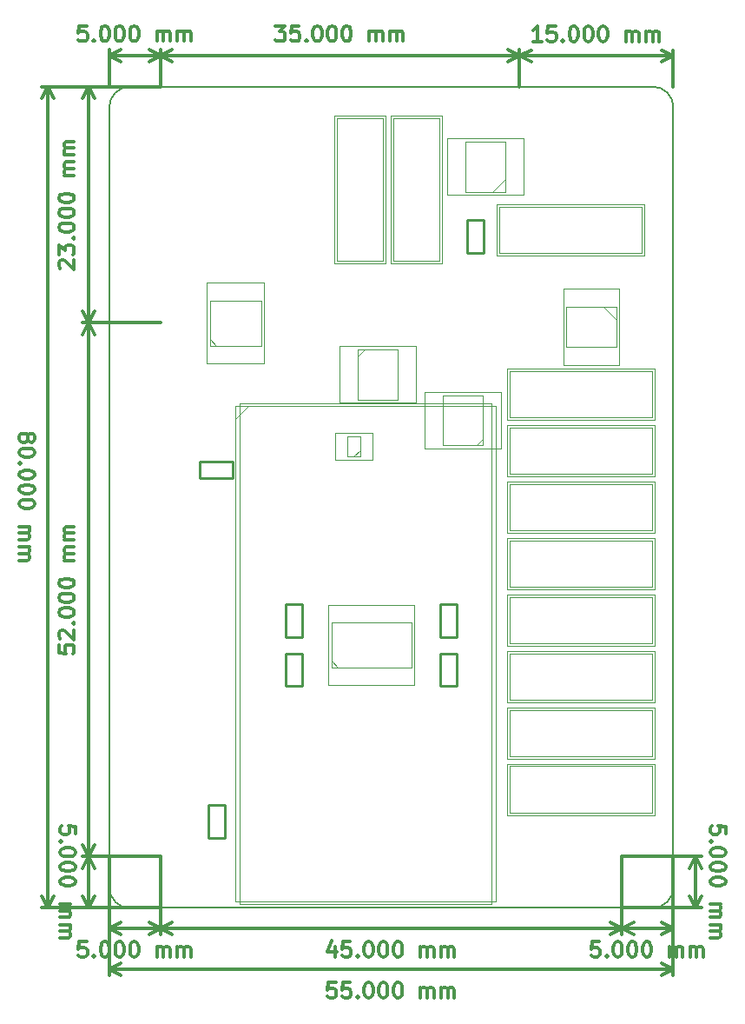
<source format=gbr>
G04 #@! TF.GenerationSoftware,KiCad,Pcbnew,(5.0.0-rc2-190-gf634b7565)*
G04 #@! TF.CreationDate,2018-07-18T23:06:55+02:00*
G04 #@! TF.ProjectId,IoP-mux8-1C,496F502D6D7578382D31432E6B696361,rev?*
G04 #@! TF.SameCoordinates,Original*
G04 #@! TF.FileFunction,Drawing*
%FSLAX46Y46*%
G04 Gerber Fmt 4.6, Leading zero omitted, Abs format (unit mm)*
G04 Created by KiCad (PCBNEW (5.0.0-rc2-190-gf634b7565)) date 07/18/18 23:06:55*
%MOMM*%
%LPD*%
G01*
G04 APERTURE LIST*
%ADD10C,0.300000*%
%ADD11C,0.200000*%
%ADD12C,0.100000*%
%ADD13C,0.050000*%
%ADD14C,0.254000*%
G04 APERTURE END LIST*
D10*
X175785714Y-39078571D02*
X175071428Y-39078571D01*
X175000000Y-39792857D01*
X175071428Y-39721428D01*
X175214285Y-39650000D01*
X175571428Y-39650000D01*
X175714285Y-39721428D01*
X175785714Y-39792857D01*
X175857142Y-39935714D01*
X175857142Y-40292857D01*
X175785714Y-40435714D01*
X175714285Y-40507142D01*
X175571428Y-40578571D01*
X175214285Y-40578571D01*
X175071428Y-40507142D01*
X175000000Y-40435714D01*
X176500000Y-40435714D02*
X176571428Y-40507142D01*
X176500000Y-40578571D01*
X176428571Y-40507142D01*
X176500000Y-40435714D01*
X176500000Y-40578571D01*
X177500000Y-39078571D02*
X177642857Y-39078571D01*
X177785714Y-39150000D01*
X177857142Y-39221428D01*
X177928571Y-39364285D01*
X178000000Y-39650000D01*
X178000000Y-40007142D01*
X177928571Y-40292857D01*
X177857142Y-40435714D01*
X177785714Y-40507142D01*
X177642857Y-40578571D01*
X177500000Y-40578571D01*
X177357142Y-40507142D01*
X177285714Y-40435714D01*
X177214285Y-40292857D01*
X177142857Y-40007142D01*
X177142857Y-39650000D01*
X177214285Y-39364285D01*
X177285714Y-39221428D01*
X177357142Y-39150000D01*
X177500000Y-39078571D01*
X178928571Y-39078571D02*
X179071428Y-39078571D01*
X179214285Y-39150000D01*
X179285714Y-39221428D01*
X179357142Y-39364285D01*
X179428571Y-39650000D01*
X179428571Y-40007142D01*
X179357142Y-40292857D01*
X179285714Y-40435714D01*
X179214285Y-40507142D01*
X179071428Y-40578571D01*
X178928571Y-40578571D01*
X178785714Y-40507142D01*
X178714285Y-40435714D01*
X178642857Y-40292857D01*
X178571428Y-40007142D01*
X178571428Y-39650000D01*
X178642857Y-39364285D01*
X178714285Y-39221428D01*
X178785714Y-39150000D01*
X178928571Y-39078571D01*
X180357142Y-39078571D02*
X180500000Y-39078571D01*
X180642857Y-39150000D01*
X180714285Y-39221428D01*
X180785714Y-39364285D01*
X180857142Y-39650000D01*
X180857142Y-40007142D01*
X180785714Y-40292857D01*
X180714285Y-40435714D01*
X180642857Y-40507142D01*
X180500000Y-40578571D01*
X180357142Y-40578571D01*
X180214285Y-40507142D01*
X180142857Y-40435714D01*
X180071428Y-40292857D01*
X180000000Y-40007142D01*
X180000000Y-39650000D01*
X180071428Y-39364285D01*
X180142857Y-39221428D01*
X180214285Y-39150000D01*
X180357142Y-39078571D01*
X182642857Y-40578571D02*
X182642857Y-39578571D01*
X182642857Y-39721428D02*
X182714285Y-39650000D01*
X182857142Y-39578571D01*
X183071428Y-39578571D01*
X183214285Y-39650000D01*
X183285714Y-39792857D01*
X183285714Y-40578571D01*
X183285714Y-39792857D02*
X183357142Y-39650000D01*
X183500000Y-39578571D01*
X183714285Y-39578571D01*
X183857142Y-39650000D01*
X183928571Y-39792857D01*
X183928571Y-40578571D01*
X184642857Y-40578571D02*
X184642857Y-39578571D01*
X184642857Y-39721428D02*
X184714285Y-39650000D01*
X184857142Y-39578571D01*
X185071428Y-39578571D01*
X185214285Y-39650000D01*
X185285714Y-39792857D01*
X185285714Y-40578571D01*
X185285714Y-39792857D02*
X185357142Y-39650000D01*
X185500000Y-39578571D01*
X185714285Y-39578571D01*
X185857142Y-39650000D01*
X185928571Y-39792857D01*
X185928571Y-40578571D01*
X183000000Y-42000000D02*
X178000000Y-42000000D01*
X183000000Y-45000000D02*
X183000000Y-41413579D01*
X178000000Y-45000000D02*
X178000000Y-41413579D01*
X178000000Y-42000000D02*
X179126504Y-41413579D01*
X178000000Y-42000000D02*
X179126504Y-42586421D01*
X183000000Y-42000000D02*
X181873496Y-41413579D01*
X183000000Y-42000000D02*
X181873496Y-42586421D01*
X194214285Y-39078571D02*
X195142857Y-39078571D01*
X194642857Y-39650000D01*
X194857142Y-39650000D01*
X195000000Y-39721428D01*
X195071428Y-39792857D01*
X195142857Y-39935714D01*
X195142857Y-40292857D01*
X195071428Y-40435714D01*
X195000000Y-40507142D01*
X194857142Y-40578571D01*
X194428571Y-40578571D01*
X194285714Y-40507142D01*
X194214285Y-40435714D01*
X196500000Y-39078571D02*
X195785714Y-39078571D01*
X195714285Y-39792857D01*
X195785714Y-39721428D01*
X195928571Y-39650000D01*
X196285714Y-39650000D01*
X196428571Y-39721428D01*
X196500000Y-39792857D01*
X196571428Y-39935714D01*
X196571428Y-40292857D01*
X196500000Y-40435714D01*
X196428571Y-40507142D01*
X196285714Y-40578571D01*
X195928571Y-40578571D01*
X195785714Y-40507142D01*
X195714285Y-40435714D01*
X197214285Y-40435714D02*
X197285714Y-40507142D01*
X197214285Y-40578571D01*
X197142857Y-40507142D01*
X197214285Y-40435714D01*
X197214285Y-40578571D01*
X198214285Y-39078571D02*
X198357142Y-39078571D01*
X198500000Y-39150000D01*
X198571428Y-39221428D01*
X198642857Y-39364285D01*
X198714285Y-39650000D01*
X198714285Y-40007142D01*
X198642857Y-40292857D01*
X198571428Y-40435714D01*
X198500000Y-40507142D01*
X198357142Y-40578571D01*
X198214285Y-40578571D01*
X198071428Y-40507142D01*
X198000000Y-40435714D01*
X197928571Y-40292857D01*
X197857142Y-40007142D01*
X197857142Y-39650000D01*
X197928571Y-39364285D01*
X198000000Y-39221428D01*
X198071428Y-39150000D01*
X198214285Y-39078571D01*
X199642857Y-39078571D02*
X199785714Y-39078571D01*
X199928571Y-39150000D01*
X200000000Y-39221428D01*
X200071428Y-39364285D01*
X200142857Y-39650000D01*
X200142857Y-40007142D01*
X200071428Y-40292857D01*
X200000000Y-40435714D01*
X199928571Y-40507142D01*
X199785714Y-40578571D01*
X199642857Y-40578571D01*
X199500000Y-40507142D01*
X199428571Y-40435714D01*
X199357142Y-40292857D01*
X199285714Y-40007142D01*
X199285714Y-39650000D01*
X199357142Y-39364285D01*
X199428571Y-39221428D01*
X199500000Y-39150000D01*
X199642857Y-39078571D01*
X201071428Y-39078571D02*
X201214285Y-39078571D01*
X201357142Y-39150000D01*
X201428571Y-39221428D01*
X201500000Y-39364285D01*
X201571428Y-39650000D01*
X201571428Y-40007142D01*
X201500000Y-40292857D01*
X201428571Y-40435714D01*
X201357142Y-40507142D01*
X201214285Y-40578571D01*
X201071428Y-40578571D01*
X200928571Y-40507142D01*
X200857142Y-40435714D01*
X200785714Y-40292857D01*
X200714285Y-40007142D01*
X200714285Y-39650000D01*
X200785714Y-39364285D01*
X200857142Y-39221428D01*
X200928571Y-39150000D01*
X201071428Y-39078571D01*
X203357142Y-40578571D02*
X203357142Y-39578571D01*
X203357142Y-39721428D02*
X203428571Y-39650000D01*
X203571428Y-39578571D01*
X203785714Y-39578571D01*
X203928571Y-39650000D01*
X204000000Y-39792857D01*
X204000000Y-40578571D01*
X204000000Y-39792857D02*
X204071428Y-39650000D01*
X204214285Y-39578571D01*
X204428571Y-39578571D01*
X204571428Y-39650000D01*
X204642857Y-39792857D01*
X204642857Y-40578571D01*
X205357142Y-40578571D02*
X205357142Y-39578571D01*
X205357142Y-39721428D02*
X205428571Y-39650000D01*
X205571428Y-39578571D01*
X205785714Y-39578571D01*
X205928571Y-39650000D01*
X206000000Y-39792857D01*
X206000000Y-40578571D01*
X206000000Y-39792857D02*
X206071428Y-39650000D01*
X206214285Y-39578571D01*
X206428571Y-39578571D01*
X206571428Y-39650000D01*
X206642857Y-39792857D01*
X206642857Y-40578571D01*
X183000000Y-42000000D02*
X218000000Y-42000000D01*
X183000000Y-45000000D02*
X183000000Y-41413579D01*
X218000000Y-45000000D02*
X218000000Y-41413579D01*
X218000000Y-42000000D02*
X216873496Y-42586421D01*
X218000000Y-42000000D02*
X216873496Y-41413579D01*
X183000000Y-42000000D02*
X184126504Y-42586421D01*
X183000000Y-42000000D02*
X184126504Y-41413579D01*
X173221428Y-62714285D02*
X173150000Y-62642857D01*
X173078571Y-62500000D01*
X173078571Y-62142857D01*
X173150000Y-62000000D01*
X173221428Y-61928571D01*
X173364285Y-61857142D01*
X173507142Y-61857142D01*
X173721428Y-61928571D01*
X174578571Y-62785714D01*
X174578571Y-61857142D01*
X173078571Y-61357142D02*
X173078571Y-60428571D01*
X173650000Y-60928571D01*
X173650000Y-60714285D01*
X173721428Y-60571428D01*
X173792857Y-60500000D01*
X173935714Y-60428571D01*
X174292857Y-60428571D01*
X174435714Y-60500000D01*
X174507142Y-60571428D01*
X174578571Y-60714285D01*
X174578571Y-61142857D01*
X174507142Y-61285714D01*
X174435714Y-61357142D01*
X174435714Y-59785714D02*
X174507142Y-59714285D01*
X174578571Y-59785714D01*
X174507142Y-59857142D01*
X174435714Y-59785714D01*
X174578571Y-59785714D01*
X173078571Y-58785714D02*
X173078571Y-58642857D01*
X173150000Y-58500000D01*
X173221428Y-58428571D01*
X173364285Y-58357142D01*
X173650000Y-58285714D01*
X174007142Y-58285714D01*
X174292857Y-58357142D01*
X174435714Y-58428571D01*
X174507142Y-58500000D01*
X174578571Y-58642857D01*
X174578571Y-58785714D01*
X174507142Y-58928571D01*
X174435714Y-59000000D01*
X174292857Y-59071428D01*
X174007142Y-59142857D01*
X173650000Y-59142857D01*
X173364285Y-59071428D01*
X173221428Y-59000000D01*
X173150000Y-58928571D01*
X173078571Y-58785714D01*
X173078571Y-57357142D02*
X173078571Y-57214285D01*
X173150000Y-57071428D01*
X173221428Y-57000000D01*
X173364285Y-56928571D01*
X173650000Y-56857142D01*
X174007142Y-56857142D01*
X174292857Y-56928571D01*
X174435714Y-57000000D01*
X174507142Y-57071428D01*
X174578571Y-57214285D01*
X174578571Y-57357142D01*
X174507142Y-57500000D01*
X174435714Y-57571428D01*
X174292857Y-57642857D01*
X174007142Y-57714285D01*
X173650000Y-57714285D01*
X173364285Y-57642857D01*
X173221428Y-57571428D01*
X173150000Y-57500000D01*
X173078571Y-57357142D01*
X173078571Y-55928571D02*
X173078571Y-55785714D01*
X173150000Y-55642857D01*
X173221428Y-55571428D01*
X173364285Y-55500000D01*
X173650000Y-55428571D01*
X174007142Y-55428571D01*
X174292857Y-55500000D01*
X174435714Y-55571428D01*
X174507142Y-55642857D01*
X174578571Y-55785714D01*
X174578571Y-55928571D01*
X174507142Y-56071428D01*
X174435714Y-56142857D01*
X174292857Y-56214285D01*
X174007142Y-56285714D01*
X173650000Y-56285714D01*
X173364285Y-56214285D01*
X173221428Y-56142857D01*
X173150000Y-56071428D01*
X173078571Y-55928571D01*
X174578571Y-53642857D02*
X173578571Y-53642857D01*
X173721428Y-53642857D02*
X173650000Y-53571428D01*
X173578571Y-53428571D01*
X173578571Y-53214285D01*
X173650000Y-53071428D01*
X173792857Y-53000000D01*
X174578571Y-53000000D01*
X173792857Y-53000000D02*
X173650000Y-52928571D01*
X173578571Y-52785714D01*
X173578571Y-52571428D01*
X173650000Y-52428571D01*
X173792857Y-52357142D01*
X174578571Y-52357142D01*
X174578571Y-51642857D02*
X173578571Y-51642857D01*
X173721428Y-51642857D02*
X173650000Y-51571428D01*
X173578571Y-51428571D01*
X173578571Y-51214285D01*
X173650000Y-51071428D01*
X173792857Y-51000000D01*
X174578571Y-51000000D01*
X173792857Y-51000000D02*
X173650000Y-50928571D01*
X173578571Y-50785714D01*
X173578571Y-50571428D01*
X173650000Y-50428571D01*
X173792857Y-50357142D01*
X174578571Y-50357142D01*
X176000000Y-68000000D02*
X176000000Y-45000000D01*
X183000000Y-68000000D02*
X175413579Y-68000000D01*
X183000000Y-45000000D02*
X175413579Y-45000000D01*
X176000000Y-45000000D02*
X176586421Y-46126504D01*
X176000000Y-45000000D02*
X175413579Y-46126504D01*
X176000000Y-68000000D02*
X176586421Y-66873496D01*
X176000000Y-68000000D02*
X175413579Y-66873496D01*
X220142857Y-40601189D02*
X219285714Y-40601189D01*
X219714285Y-40601189D02*
X219714285Y-39101189D01*
X219571428Y-39315475D01*
X219428571Y-39458332D01*
X219285714Y-39529760D01*
X221500000Y-39101189D02*
X220785714Y-39101189D01*
X220714285Y-39815475D01*
X220785714Y-39744046D01*
X220928571Y-39672618D01*
X221285714Y-39672618D01*
X221428571Y-39744046D01*
X221500000Y-39815475D01*
X221571428Y-39958332D01*
X221571428Y-40315475D01*
X221500000Y-40458332D01*
X221428571Y-40529760D01*
X221285714Y-40601189D01*
X220928571Y-40601189D01*
X220785714Y-40529760D01*
X220714285Y-40458332D01*
X222214285Y-40458332D02*
X222285714Y-40529760D01*
X222214285Y-40601189D01*
X222142857Y-40529760D01*
X222214285Y-40458332D01*
X222214285Y-40601189D01*
X223214285Y-39101189D02*
X223357142Y-39101189D01*
X223500000Y-39172618D01*
X223571428Y-39244046D01*
X223642857Y-39386903D01*
X223714285Y-39672618D01*
X223714285Y-40029760D01*
X223642857Y-40315475D01*
X223571428Y-40458332D01*
X223500000Y-40529760D01*
X223357142Y-40601189D01*
X223214285Y-40601189D01*
X223071428Y-40529760D01*
X223000000Y-40458332D01*
X222928571Y-40315475D01*
X222857142Y-40029760D01*
X222857142Y-39672618D01*
X222928571Y-39386903D01*
X223000000Y-39244046D01*
X223071428Y-39172618D01*
X223214285Y-39101189D01*
X224642857Y-39101189D02*
X224785714Y-39101189D01*
X224928571Y-39172618D01*
X225000000Y-39244046D01*
X225071428Y-39386903D01*
X225142857Y-39672618D01*
X225142857Y-40029760D01*
X225071428Y-40315475D01*
X225000000Y-40458332D01*
X224928571Y-40529760D01*
X224785714Y-40601189D01*
X224642857Y-40601189D01*
X224500000Y-40529760D01*
X224428571Y-40458332D01*
X224357142Y-40315475D01*
X224285714Y-40029760D01*
X224285714Y-39672618D01*
X224357142Y-39386903D01*
X224428571Y-39244046D01*
X224500000Y-39172618D01*
X224642857Y-39101189D01*
X226071428Y-39101189D02*
X226214285Y-39101189D01*
X226357142Y-39172618D01*
X226428571Y-39244046D01*
X226500000Y-39386903D01*
X226571428Y-39672618D01*
X226571428Y-40029760D01*
X226500000Y-40315475D01*
X226428571Y-40458332D01*
X226357142Y-40529760D01*
X226214285Y-40601189D01*
X226071428Y-40601189D01*
X225928571Y-40529760D01*
X225857142Y-40458332D01*
X225785714Y-40315475D01*
X225714285Y-40029760D01*
X225714285Y-39672618D01*
X225785714Y-39386903D01*
X225857142Y-39244046D01*
X225928571Y-39172618D01*
X226071428Y-39101189D01*
X228357142Y-40601189D02*
X228357142Y-39601189D01*
X228357142Y-39744046D02*
X228428571Y-39672618D01*
X228571428Y-39601189D01*
X228785714Y-39601189D01*
X228928571Y-39672618D01*
X229000000Y-39815475D01*
X229000000Y-40601189D01*
X229000000Y-39815475D02*
X229071428Y-39672618D01*
X229214285Y-39601189D01*
X229428571Y-39601189D01*
X229571428Y-39672618D01*
X229642857Y-39815475D01*
X229642857Y-40601189D01*
X230357142Y-40601189D02*
X230357142Y-39601189D01*
X230357142Y-39744046D02*
X230428571Y-39672618D01*
X230571428Y-39601189D01*
X230785714Y-39601189D01*
X230928571Y-39672618D01*
X231000000Y-39815475D01*
X231000000Y-40601189D01*
X231000000Y-39815475D02*
X231071428Y-39672618D01*
X231214285Y-39601189D01*
X231428571Y-39601189D01*
X231571428Y-39672618D01*
X231642857Y-39815475D01*
X231642857Y-40601189D01*
X218000000Y-42022618D02*
X233000000Y-42022618D01*
X218000000Y-45022618D02*
X218000000Y-41436197D01*
X233000000Y-45022618D02*
X233000000Y-41436197D01*
X233000000Y-42022618D02*
X231873496Y-42609039D01*
X233000000Y-42022618D02*
X231873496Y-41436197D01*
X218000000Y-42022618D02*
X219126504Y-42609039D01*
X218000000Y-42022618D02*
X219126504Y-41436197D01*
X173078571Y-99428571D02*
X173078571Y-100142857D01*
X173792857Y-100214285D01*
X173721428Y-100142857D01*
X173650000Y-100000000D01*
X173650000Y-99642857D01*
X173721428Y-99500000D01*
X173792857Y-99428571D01*
X173935714Y-99357142D01*
X174292857Y-99357142D01*
X174435714Y-99428571D01*
X174507142Y-99500000D01*
X174578571Y-99642857D01*
X174578571Y-100000000D01*
X174507142Y-100142857D01*
X174435714Y-100214285D01*
X173221428Y-98785714D02*
X173150000Y-98714285D01*
X173078571Y-98571428D01*
X173078571Y-98214285D01*
X173150000Y-98071428D01*
X173221428Y-98000000D01*
X173364285Y-97928571D01*
X173507142Y-97928571D01*
X173721428Y-98000000D01*
X174578571Y-98857142D01*
X174578571Y-97928571D01*
X174435714Y-97285714D02*
X174507142Y-97214285D01*
X174578571Y-97285714D01*
X174507142Y-97357142D01*
X174435714Y-97285714D01*
X174578571Y-97285714D01*
X173078571Y-96285714D02*
X173078571Y-96142857D01*
X173150000Y-96000000D01*
X173221428Y-95928571D01*
X173364285Y-95857142D01*
X173650000Y-95785714D01*
X174007142Y-95785714D01*
X174292857Y-95857142D01*
X174435714Y-95928571D01*
X174507142Y-96000000D01*
X174578571Y-96142857D01*
X174578571Y-96285714D01*
X174507142Y-96428571D01*
X174435714Y-96500000D01*
X174292857Y-96571428D01*
X174007142Y-96642857D01*
X173650000Y-96642857D01*
X173364285Y-96571428D01*
X173221428Y-96500000D01*
X173150000Y-96428571D01*
X173078571Y-96285714D01*
X173078571Y-94857142D02*
X173078571Y-94714285D01*
X173150000Y-94571428D01*
X173221428Y-94500000D01*
X173364285Y-94428571D01*
X173650000Y-94357142D01*
X174007142Y-94357142D01*
X174292857Y-94428571D01*
X174435714Y-94500000D01*
X174507142Y-94571428D01*
X174578571Y-94714285D01*
X174578571Y-94857142D01*
X174507142Y-95000000D01*
X174435714Y-95071428D01*
X174292857Y-95142857D01*
X174007142Y-95214285D01*
X173650000Y-95214285D01*
X173364285Y-95142857D01*
X173221428Y-95071428D01*
X173150000Y-95000000D01*
X173078571Y-94857142D01*
X173078571Y-93428571D02*
X173078571Y-93285714D01*
X173150000Y-93142857D01*
X173221428Y-93071428D01*
X173364285Y-93000000D01*
X173650000Y-92928571D01*
X174007142Y-92928571D01*
X174292857Y-93000000D01*
X174435714Y-93071428D01*
X174507142Y-93142857D01*
X174578571Y-93285714D01*
X174578571Y-93428571D01*
X174507142Y-93571428D01*
X174435714Y-93642857D01*
X174292857Y-93714285D01*
X174007142Y-93785714D01*
X173650000Y-93785714D01*
X173364285Y-93714285D01*
X173221428Y-93642857D01*
X173150000Y-93571428D01*
X173078571Y-93428571D01*
X174578571Y-91142857D02*
X173578571Y-91142857D01*
X173721428Y-91142857D02*
X173650000Y-91071428D01*
X173578571Y-90928571D01*
X173578571Y-90714285D01*
X173650000Y-90571428D01*
X173792857Y-90500000D01*
X174578571Y-90500000D01*
X173792857Y-90500000D02*
X173650000Y-90428571D01*
X173578571Y-90285714D01*
X173578571Y-90071428D01*
X173650000Y-89928571D01*
X173792857Y-89857142D01*
X174578571Y-89857142D01*
X174578571Y-89142857D02*
X173578571Y-89142857D01*
X173721428Y-89142857D02*
X173650000Y-89071428D01*
X173578571Y-88928571D01*
X173578571Y-88714285D01*
X173650000Y-88571428D01*
X173792857Y-88500000D01*
X174578571Y-88500000D01*
X173792857Y-88500000D02*
X173650000Y-88428571D01*
X173578571Y-88285714D01*
X173578571Y-88071428D01*
X173650000Y-87928571D01*
X173792857Y-87857142D01*
X174578571Y-87857142D01*
X176000000Y-120000000D02*
X176000000Y-68000000D01*
X183000000Y-120000000D02*
X175413579Y-120000000D01*
X183000000Y-68000000D02*
X175413579Y-68000000D01*
X176000000Y-68000000D02*
X176586421Y-69126504D01*
X176000000Y-68000000D02*
X175413579Y-69126504D01*
X176000000Y-120000000D02*
X176586421Y-118873496D01*
X176000000Y-120000000D02*
X175413579Y-118873496D01*
X238092519Y-117785714D02*
X238092519Y-117071428D01*
X237378233Y-117000000D01*
X237449662Y-117071428D01*
X237521091Y-117214285D01*
X237521091Y-117571428D01*
X237449662Y-117714285D01*
X237378233Y-117785714D01*
X237235376Y-117857142D01*
X236878233Y-117857142D01*
X236735376Y-117785714D01*
X236663948Y-117714285D01*
X236592519Y-117571428D01*
X236592519Y-117214285D01*
X236663948Y-117071428D01*
X236735376Y-117000000D01*
X236735376Y-118500000D02*
X236663948Y-118571428D01*
X236592519Y-118500000D01*
X236663948Y-118428571D01*
X236735376Y-118500000D01*
X236592519Y-118500000D01*
X238092519Y-119500000D02*
X238092519Y-119642857D01*
X238021091Y-119785714D01*
X237949662Y-119857142D01*
X237806805Y-119928571D01*
X237521091Y-120000000D01*
X237163948Y-120000000D01*
X236878233Y-119928571D01*
X236735376Y-119857142D01*
X236663948Y-119785714D01*
X236592519Y-119642857D01*
X236592519Y-119500000D01*
X236663948Y-119357142D01*
X236735376Y-119285714D01*
X236878233Y-119214285D01*
X237163948Y-119142857D01*
X237521091Y-119142857D01*
X237806805Y-119214285D01*
X237949662Y-119285714D01*
X238021091Y-119357142D01*
X238092519Y-119500000D01*
X238092519Y-120928571D02*
X238092519Y-121071428D01*
X238021091Y-121214285D01*
X237949662Y-121285714D01*
X237806805Y-121357142D01*
X237521091Y-121428571D01*
X237163948Y-121428571D01*
X236878233Y-121357142D01*
X236735376Y-121285714D01*
X236663948Y-121214285D01*
X236592519Y-121071428D01*
X236592519Y-120928571D01*
X236663948Y-120785714D01*
X236735376Y-120714285D01*
X236878233Y-120642857D01*
X237163948Y-120571428D01*
X237521091Y-120571428D01*
X237806805Y-120642857D01*
X237949662Y-120714285D01*
X238021091Y-120785714D01*
X238092519Y-120928571D01*
X238092519Y-122357142D02*
X238092519Y-122500000D01*
X238021091Y-122642857D01*
X237949662Y-122714285D01*
X237806805Y-122785714D01*
X237521091Y-122857142D01*
X237163948Y-122857142D01*
X236878233Y-122785714D01*
X236735376Y-122714285D01*
X236663948Y-122642857D01*
X236592519Y-122500000D01*
X236592519Y-122357142D01*
X236663948Y-122214285D01*
X236735376Y-122142857D01*
X236878233Y-122071428D01*
X237163948Y-122000000D01*
X237521091Y-122000000D01*
X237806805Y-122071428D01*
X237949662Y-122142857D01*
X238021091Y-122214285D01*
X238092519Y-122357142D01*
X236592519Y-124642857D02*
X237592519Y-124642857D01*
X237449662Y-124642857D02*
X237521091Y-124714285D01*
X237592519Y-124857142D01*
X237592519Y-125071428D01*
X237521091Y-125214285D01*
X237378233Y-125285714D01*
X236592519Y-125285714D01*
X237378233Y-125285714D02*
X237521091Y-125357142D01*
X237592519Y-125500000D01*
X237592519Y-125714285D01*
X237521091Y-125857142D01*
X237378233Y-125928571D01*
X236592519Y-125928571D01*
X236592519Y-126642857D02*
X237592519Y-126642857D01*
X237449662Y-126642857D02*
X237521091Y-126714285D01*
X237592519Y-126857142D01*
X237592519Y-127071428D01*
X237521091Y-127214285D01*
X237378233Y-127285714D01*
X236592519Y-127285714D01*
X237378233Y-127285714D02*
X237521091Y-127357142D01*
X237592519Y-127500000D01*
X237592519Y-127714285D01*
X237521091Y-127857142D01*
X237378233Y-127928571D01*
X236592519Y-127928571D01*
X235171091Y-120000000D02*
X235171091Y-125000000D01*
X228171091Y-120000000D02*
X235757512Y-120000000D01*
X228171091Y-125000000D02*
X235757512Y-125000000D01*
X235171091Y-125000000D02*
X234584670Y-123873496D01*
X235171091Y-125000000D02*
X235757512Y-123873496D01*
X235171091Y-120000000D02*
X234584670Y-121126504D01*
X235171091Y-120000000D02*
X235757512Y-121126504D01*
X225785714Y-128278571D02*
X225071428Y-128278571D01*
X225000000Y-128992857D01*
X225071428Y-128921428D01*
X225214285Y-128850000D01*
X225571428Y-128850000D01*
X225714285Y-128921428D01*
X225785714Y-128992857D01*
X225857142Y-129135714D01*
X225857142Y-129492857D01*
X225785714Y-129635714D01*
X225714285Y-129707142D01*
X225571428Y-129778571D01*
X225214285Y-129778571D01*
X225071428Y-129707142D01*
X225000000Y-129635714D01*
X226500000Y-129635714D02*
X226571428Y-129707142D01*
X226500000Y-129778571D01*
X226428571Y-129707142D01*
X226500000Y-129635714D01*
X226500000Y-129778571D01*
X227500000Y-128278571D02*
X227642857Y-128278571D01*
X227785714Y-128350000D01*
X227857142Y-128421428D01*
X227928571Y-128564285D01*
X228000000Y-128850000D01*
X228000000Y-129207142D01*
X227928571Y-129492857D01*
X227857142Y-129635714D01*
X227785714Y-129707142D01*
X227642857Y-129778571D01*
X227500000Y-129778571D01*
X227357142Y-129707142D01*
X227285714Y-129635714D01*
X227214285Y-129492857D01*
X227142857Y-129207142D01*
X227142857Y-128850000D01*
X227214285Y-128564285D01*
X227285714Y-128421428D01*
X227357142Y-128350000D01*
X227500000Y-128278571D01*
X228928571Y-128278571D02*
X229071428Y-128278571D01*
X229214285Y-128350000D01*
X229285714Y-128421428D01*
X229357142Y-128564285D01*
X229428571Y-128850000D01*
X229428571Y-129207142D01*
X229357142Y-129492857D01*
X229285714Y-129635714D01*
X229214285Y-129707142D01*
X229071428Y-129778571D01*
X228928571Y-129778571D01*
X228785714Y-129707142D01*
X228714285Y-129635714D01*
X228642857Y-129492857D01*
X228571428Y-129207142D01*
X228571428Y-128850000D01*
X228642857Y-128564285D01*
X228714285Y-128421428D01*
X228785714Y-128350000D01*
X228928571Y-128278571D01*
X230357142Y-128278571D02*
X230500000Y-128278571D01*
X230642857Y-128350000D01*
X230714285Y-128421428D01*
X230785714Y-128564285D01*
X230857142Y-128850000D01*
X230857142Y-129207142D01*
X230785714Y-129492857D01*
X230714285Y-129635714D01*
X230642857Y-129707142D01*
X230500000Y-129778571D01*
X230357142Y-129778571D01*
X230214285Y-129707142D01*
X230142857Y-129635714D01*
X230071428Y-129492857D01*
X230000000Y-129207142D01*
X230000000Y-128850000D01*
X230071428Y-128564285D01*
X230142857Y-128421428D01*
X230214285Y-128350000D01*
X230357142Y-128278571D01*
X232642857Y-129778571D02*
X232642857Y-128778571D01*
X232642857Y-128921428D02*
X232714285Y-128850000D01*
X232857142Y-128778571D01*
X233071428Y-128778571D01*
X233214285Y-128850000D01*
X233285714Y-128992857D01*
X233285714Y-129778571D01*
X233285714Y-128992857D02*
X233357142Y-128850000D01*
X233500000Y-128778571D01*
X233714285Y-128778571D01*
X233857142Y-128850000D01*
X233928571Y-128992857D01*
X233928571Y-129778571D01*
X234642857Y-129778571D02*
X234642857Y-128778571D01*
X234642857Y-128921428D02*
X234714285Y-128850000D01*
X234857142Y-128778571D01*
X235071428Y-128778571D01*
X235214285Y-128850000D01*
X235285714Y-128992857D01*
X235285714Y-129778571D01*
X235285714Y-128992857D02*
X235357142Y-128850000D01*
X235500000Y-128778571D01*
X235714285Y-128778571D01*
X235857142Y-128850000D01*
X235928571Y-128992857D01*
X235928571Y-129778571D01*
X228000000Y-127000000D02*
X233000000Y-127000000D01*
X228000000Y-120000000D02*
X228000000Y-127586421D01*
X233000000Y-120000000D02*
X233000000Y-127586421D01*
X233000000Y-127000000D02*
X231873496Y-127586421D01*
X233000000Y-127000000D02*
X231873496Y-126413579D01*
X228000000Y-127000000D02*
X229126504Y-127586421D01*
X228000000Y-127000000D02*
X229126504Y-126413579D01*
X200000000Y-128778571D02*
X200000000Y-129778571D01*
X199642857Y-128207142D02*
X199285714Y-129278571D01*
X200214285Y-129278571D01*
X201500000Y-128278571D02*
X200785714Y-128278571D01*
X200714285Y-128992857D01*
X200785714Y-128921428D01*
X200928571Y-128850000D01*
X201285714Y-128850000D01*
X201428571Y-128921428D01*
X201500000Y-128992857D01*
X201571428Y-129135714D01*
X201571428Y-129492857D01*
X201500000Y-129635714D01*
X201428571Y-129707142D01*
X201285714Y-129778571D01*
X200928571Y-129778571D01*
X200785714Y-129707142D01*
X200714285Y-129635714D01*
X202214285Y-129635714D02*
X202285714Y-129707142D01*
X202214285Y-129778571D01*
X202142857Y-129707142D01*
X202214285Y-129635714D01*
X202214285Y-129778571D01*
X203214285Y-128278571D02*
X203357142Y-128278571D01*
X203500000Y-128350000D01*
X203571428Y-128421428D01*
X203642857Y-128564285D01*
X203714285Y-128850000D01*
X203714285Y-129207142D01*
X203642857Y-129492857D01*
X203571428Y-129635714D01*
X203500000Y-129707142D01*
X203357142Y-129778571D01*
X203214285Y-129778571D01*
X203071428Y-129707142D01*
X203000000Y-129635714D01*
X202928571Y-129492857D01*
X202857142Y-129207142D01*
X202857142Y-128850000D01*
X202928571Y-128564285D01*
X203000000Y-128421428D01*
X203071428Y-128350000D01*
X203214285Y-128278571D01*
X204642857Y-128278571D02*
X204785714Y-128278571D01*
X204928571Y-128350000D01*
X205000000Y-128421428D01*
X205071428Y-128564285D01*
X205142857Y-128850000D01*
X205142857Y-129207142D01*
X205071428Y-129492857D01*
X205000000Y-129635714D01*
X204928571Y-129707142D01*
X204785714Y-129778571D01*
X204642857Y-129778571D01*
X204500000Y-129707142D01*
X204428571Y-129635714D01*
X204357142Y-129492857D01*
X204285714Y-129207142D01*
X204285714Y-128850000D01*
X204357142Y-128564285D01*
X204428571Y-128421428D01*
X204500000Y-128350000D01*
X204642857Y-128278571D01*
X206071428Y-128278571D02*
X206214285Y-128278571D01*
X206357142Y-128350000D01*
X206428571Y-128421428D01*
X206500000Y-128564285D01*
X206571428Y-128850000D01*
X206571428Y-129207142D01*
X206500000Y-129492857D01*
X206428571Y-129635714D01*
X206357142Y-129707142D01*
X206214285Y-129778571D01*
X206071428Y-129778571D01*
X205928571Y-129707142D01*
X205857142Y-129635714D01*
X205785714Y-129492857D01*
X205714285Y-129207142D01*
X205714285Y-128850000D01*
X205785714Y-128564285D01*
X205857142Y-128421428D01*
X205928571Y-128350000D01*
X206071428Y-128278571D01*
X208357142Y-129778571D02*
X208357142Y-128778571D01*
X208357142Y-128921428D02*
X208428571Y-128850000D01*
X208571428Y-128778571D01*
X208785714Y-128778571D01*
X208928571Y-128850000D01*
X209000000Y-128992857D01*
X209000000Y-129778571D01*
X209000000Y-128992857D02*
X209071428Y-128850000D01*
X209214285Y-128778571D01*
X209428571Y-128778571D01*
X209571428Y-128850000D01*
X209642857Y-128992857D01*
X209642857Y-129778571D01*
X210357142Y-129778571D02*
X210357142Y-128778571D01*
X210357142Y-128921428D02*
X210428571Y-128850000D01*
X210571428Y-128778571D01*
X210785714Y-128778571D01*
X210928571Y-128850000D01*
X211000000Y-128992857D01*
X211000000Y-129778571D01*
X211000000Y-128992857D02*
X211071428Y-128850000D01*
X211214285Y-128778571D01*
X211428571Y-128778571D01*
X211571428Y-128850000D01*
X211642857Y-128992857D01*
X211642857Y-129778571D01*
X228000000Y-127000000D02*
X183000000Y-127000000D01*
X228000000Y-120000000D02*
X228000000Y-127586421D01*
X183000000Y-120000000D02*
X183000000Y-127586421D01*
X183000000Y-127000000D02*
X184126504Y-126413579D01*
X183000000Y-127000000D02*
X184126504Y-127586421D01*
X228000000Y-127000000D02*
X226873496Y-126413579D01*
X228000000Y-127000000D02*
X226873496Y-127586421D01*
X174721428Y-117785714D02*
X174721428Y-117071428D01*
X174007142Y-117000000D01*
X174078571Y-117071428D01*
X174150000Y-117214285D01*
X174150000Y-117571428D01*
X174078571Y-117714285D01*
X174007142Y-117785714D01*
X173864285Y-117857142D01*
X173507142Y-117857142D01*
X173364285Y-117785714D01*
X173292857Y-117714285D01*
X173221428Y-117571428D01*
X173221428Y-117214285D01*
X173292857Y-117071428D01*
X173364285Y-117000000D01*
X173364285Y-118500000D02*
X173292857Y-118571428D01*
X173221428Y-118500000D01*
X173292857Y-118428571D01*
X173364285Y-118500000D01*
X173221428Y-118500000D01*
X174721428Y-119500000D02*
X174721428Y-119642857D01*
X174650000Y-119785714D01*
X174578571Y-119857142D01*
X174435714Y-119928571D01*
X174150000Y-120000000D01*
X173792857Y-120000000D01*
X173507142Y-119928571D01*
X173364285Y-119857142D01*
X173292857Y-119785714D01*
X173221428Y-119642857D01*
X173221428Y-119500000D01*
X173292857Y-119357142D01*
X173364285Y-119285714D01*
X173507142Y-119214285D01*
X173792857Y-119142857D01*
X174150000Y-119142857D01*
X174435714Y-119214285D01*
X174578571Y-119285714D01*
X174650000Y-119357142D01*
X174721428Y-119500000D01*
X174721428Y-120928571D02*
X174721428Y-121071428D01*
X174650000Y-121214285D01*
X174578571Y-121285714D01*
X174435714Y-121357142D01*
X174150000Y-121428571D01*
X173792857Y-121428571D01*
X173507142Y-121357142D01*
X173364285Y-121285714D01*
X173292857Y-121214285D01*
X173221428Y-121071428D01*
X173221428Y-120928571D01*
X173292857Y-120785714D01*
X173364285Y-120714285D01*
X173507142Y-120642857D01*
X173792857Y-120571428D01*
X174150000Y-120571428D01*
X174435714Y-120642857D01*
X174578571Y-120714285D01*
X174650000Y-120785714D01*
X174721428Y-120928571D01*
X174721428Y-122357142D02*
X174721428Y-122500000D01*
X174650000Y-122642857D01*
X174578571Y-122714285D01*
X174435714Y-122785714D01*
X174150000Y-122857142D01*
X173792857Y-122857142D01*
X173507142Y-122785714D01*
X173364285Y-122714285D01*
X173292857Y-122642857D01*
X173221428Y-122500000D01*
X173221428Y-122357142D01*
X173292857Y-122214285D01*
X173364285Y-122142857D01*
X173507142Y-122071428D01*
X173792857Y-122000000D01*
X174150000Y-122000000D01*
X174435714Y-122071428D01*
X174578571Y-122142857D01*
X174650000Y-122214285D01*
X174721428Y-122357142D01*
X173221428Y-124642857D02*
X174221428Y-124642857D01*
X174078571Y-124642857D02*
X174150000Y-124714285D01*
X174221428Y-124857142D01*
X174221428Y-125071428D01*
X174150000Y-125214285D01*
X174007142Y-125285714D01*
X173221428Y-125285714D01*
X174007142Y-125285714D02*
X174150000Y-125357142D01*
X174221428Y-125500000D01*
X174221428Y-125714285D01*
X174150000Y-125857142D01*
X174007142Y-125928571D01*
X173221428Y-125928571D01*
X173221428Y-126642857D02*
X174221428Y-126642857D01*
X174078571Y-126642857D02*
X174150000Y-126714285D01*
X174221428Y-126857142D01*
X174221428Y-127071428D01*
X174150000Y-127214285D01*
X174007142Y-127285714D01*
X173221428Y-127285714D01*
X174007142Y-127285714D02*
X174150000Y-127357142D01*
X174221428Y-127500000D01*
X174221428Y-127714285D01*
X174150000Y-127857142D01*
X174007142Y-127928571D01*
X173221428Y-127928571D01*
X176000000Y-120000000D02*
X176000000Y-125000000D01*
X183000000Y-120000000D02*
X175413579Y-120000000D01*
X183000000Y-125000000D02*
X175413579Y-125000000D01*
X176000000Y-125000000D02*
X175413579Y-123873496D01*
X176000000Y-125000000D02*
X176586421Y-123873496D01*
X176000000Y-120000000D02*
X175413579Y-121126504D01*
X176000000Y-120000000D02*
X176586421Y-121126504D01*
X175785714Y-128278571D02*
X175071428Y-128278571D01*
X175000000Y-128992857D01*
X175071428Y-128921428D01*
X175214285Y-128850000D01*
X175571428Y-128850000D01*
X175714285Y-128921428D01*
X175785714Y-128992857D01*
X175857142Y-129135714D01*
X175857142Y-129492857D01*
X175785714Y-129635714D01*
X175714285Y-129707142D01*
X175571428Y-129778571D01*
X175214285Y-129778571D01*
X175071428Y-129707142D01*
X175000000Y-129635714D01*
X176500000Y-129635714D02*
X176571428Y-129707142D01*
X176500000Y-129778571D01*
X176428571Y-129707142D01*
X176500000Y-129635714D01*
X176500000Y-129778571D01*
X177500000Y-128278571D02*
X177642857Y-128278571D01*
X177785714Y-128350000D01*
X177857142Y-128421428D01*
X177928571Y-128564285D01*
X178000000Y-128850000D01*
X178000000Y-129207142D01*
X177928571Y-129492857D01*
X177857142Y-129635714D01*
X177785714Y-129707142D01*
X177642857Y-129778571D01*
X177500000Y-129778571D01*
X177357142Y-129707142D01*
X177285714Y-129635714D01*
X177214285Y-129492857D01*
X177142857Y-129207142D01*
X177142857Y-128850000D01*
X177214285Y-128564285D01*
X177285714Y-128421428D01*
X177357142Y-128350000D01*
X177500000Y-128278571D01*
X178928571Y-128278571D02*
X179071428Y-128278571D01*
X179214285Y-128350000D01*
X179285714Y-128421428D01*
X179357142Y-128564285D01*
X179428571Y-128850000D01*
X179428571Y-129207142D01*
X179357142Y-129492857D01*
X179285714Y-129635714D01*
X179214285Y-129707142D01*
X179071428Y-129778571D01*
X178928571Y-129778571D01*
X178785714Y-129707142D01*
X178714285Y-129635714D01*
X178642857Y-129492857D01*
X178571428Y-129207142D01*
X178571428Y-128850000D01*
X178642857Y-128564285D01*
X178714285Y-128421428D01*
X178785714Y-128350000D01*
X178928571Y-128278571D01*
X180357142Y-128278571D02*
X180500000Y-128278571D01*
X180642857Y-128350000D01*
X180714285Y-128421428D01*
X180785714Y-128564285D01*
X180857142Y-128850000D01*
X180857142Y-129207142D01*
X180785714Y-129492857D01*
X180714285Y-129635714D01*
X180642857Y-129707142D01*
X180500000Y-129778571D01*
X180357142Y-129778571D01*
X180214285Y-129707142D01*
X180142857Y-129635714D01*
X180071428Y-129492857D01*
X180000000Y-129207142D01*
X180000000Y-128850000D01*
X180071428Y-128564285D01*
X180142857Y-128421428D01*
X180214285Y-128350000D01*
X180357142Y-128278571D01*
X182642857Y-129778571D02*
X182642857Y-128778571D01*
X182642857Y-128921428D02*
X182714285Y-128850000D01*
X182857142Y-128778571D01*
X183071428Y-128778571D01*
X183214285Y-128850000D01*
X183285714Y-128992857D01*
X183285714Y-129778571D01*
X183285714Y-128992857D02*
X183357142Y-128850000D01*
X183500000Y-128778571D01*
X183714285Y-128778571D01*
X183857142Y-128850000D01*
X183928571Y-128992857D01*
X183928571Y-129778571D01*
X184642857Y-129778571D02*
X184642857Y-128778571D01*
X184642857Y-128921428D02*
X184714285Y-128850000D01*
X184857142Y-128778571D01*
X185071428Y-128778571D01*
X185214285Y-128850000D01*
X185285714Y-128992857D01*
X185285714Y-129778571D01*
X185285714Y-128992857D02*
X185357142Y-128850000D01*
X185500000Y-128778571D01*
X185714285Y-128778571D01*
X185857142Y-128850000D01*
X185928571Y-128992857D01*
X185928571Y-129778571D01*
X183000000Y-127000000D02*
X178000000Y-127000000D01*
X183000000Y-120000000D02*
X183000000Y-127586421D01*
X178000000Y-120000000D02*
X178000000Y-127586421D01*
X178000000Y-127000000D02*
X179126504Y-126413579D01*
X178000000Y-127000000D02*
X179126504Y-127586421D01*
X183000000Y-127000000D02*
X181873496Y-126413579D01*
X183000000Y-127000000D02*
X181873496Y-127586421D01*
X200071428Y-132278571D02*
X199357142Y-132278571D01*
X199285714Y-132992857D01*
X199357142Y-132921428D01*
X199500000Y-132850000D01*
X199857142Y-132850000D01*
X200000000Y-132921428D01*
X200071428Y-132992857D01*
X200142857Y-133135714D01*
X200142857Y-133492857D01*
X200071428Y-133635714D01*
X200000000Y-133707142D01*
X199857142Y-133778571D01*
X199500000Y-133778571D01*
X199357142Y-133707142D01*
X199285714Y-133635714D01*
X201500000Y-132278571D02*
X200785714Y-132278571D01*
X200714285Y-132992857D01*
X200785714Y-132921428D01*
X200928571Y-132850000D01*
X201285714Y-132850000D01*
X201428571Y-132921428D01*
X201500000Y-132992857D01*
X201571428Y-133135714D01*
X201571428Y-133492857D01*
X201500000Y-133635714D01*
X201428571Y-133707142D01*
X201285714Y-133778571D01*
X200928571Y-133778571D01*
X200785714Y-133707142D01*
X200714285Y-133635714D01*
X202214285Y-133635714D02*
X202285714Y-133707142D01*
X202214285Y-133778571D01*
X202142857Y-133707142D01*
X202214285Y-133635714D01*
X202214285Y-133778571D01*
X203214285Y-132278571D02*
X203357142Y-132278571D01*
X203500000Y-132350000D01*
X203571428Y-132421428D01*
X203642857Y-132564285D01*
X203714285Y-132850000D01*
X203714285Y-133207142D01*
X203642857Y-133492857D01*
X203571428Y-133635714D01*
X203500000Y-133707142D01*
X203357142Y-133778571D01*
X203214285Y-133778571D01*
X203071428Y-133707142D01*
X203000000Y-133635714D01*
X202928571Y-133492857D01*
X202857142Y-133207142D01*
X202857142Y-132850000D01*
X202928571Y-132564285D01*
X203000000Y-132421428D01*
X203071428Y-132350000D01*
X203214285Y-132278571D01*
X204642857Y-132278571D02*
X204785714Y-132278571D01*
X204928571Y-132350000D01*
X205000000Y-132421428D01*
X205071428Y-132564285D01*
X205142857Y-132850000D01*
X205142857Y-133207142D01*
X205071428Y-133492857D01*
X205000000Y-133635714D01*
X204928571Y-133707142D01*
X204785714Y-133778571D01*
X204642857Y-133778571D01*
X204500000Y-133707142D01*
X204428571Y-133635714D01*
X204357142Y-133492857D01*
X204285714Y-133207142D01*
X204285714Y-132850000D01*
X204357142Y-132564285D01*
X204428571Y-132421428D01*
X204500000Y-132350000D01*
X204642857Y-132278571D01*
X206071428Y-132278571D02*
X206214285Y-132278571D01*
X206357142Y-132350000D01*
X206428571Y-132421428D01*
X206500000Y-132564285D01*
X206571428Y-132850000D01*
X206571428Y-133207142D01*
X206500000Y-133492857D01*
X206428571Y-133635714D01*
X206357142Y-133707142D01*
X206214285Y-133778571D01*
X206071428Y-133778571D01*
X205928571Y-133707142D01*
X205857142Y-133635714D01*
X205785714Y-133492857D01*
X205714285Y-133207142D01*
X205714285Y-132850000D01*
X205785714Y-132564285D01*
X205857142Y-132421428D01*
X205928571Y-132350000D01*
X206071428Y-132278571D01*
X208357142Y-133778571D02*
X208357142Y-132778571D01*
X208357142Y-132921428D02*
X208428571Y-132850000D01*
X208571428Y-132778571D01*
X208785714Y-132778571D01*
X208928571Y-132850000D01*
X209000000Y-132992857D01*
X209000000Y-133778571D01*
X209000000Y-132992857D02*
X209071428Y-132850000D01*
X209214285Y-132778571D01*
X209428571Y-132778571D01*
X209571428Y-132850000D01*
X209642857Y-132992857D01*
X209642857Y-133778571D01*
X210357142Y-133778571D02*
X210357142Y-132778571D01*
X210357142Y-132921428D02*
X210428571Y-132850000D01*
X210571428Y-132778571D01*
X210785714Y-132778571D01*
X210928571Y-132850000D01*
X211000000Y-132992857D01*
X211000000Y-133778571D01*
X211000000Y-132992857D02*
X211071428Y-132850000D01*
X211214285Y-132778571D01*
X211428571Y-132778571D01*
X211571428Y-132850000D01*
X211642857Y-132992857D01*
X211642857Y-133778571D01*
X178000000Y-131000000D02*
X233000000Y-131000000D01*
X178000000Y-123000000D02*
X178000000Y-131586421D01*
X233000000Y-123000000D02*
X233000000Y-131586421D01*
X233000000Y-131000000D02*
X231873496Y-131586421D01*
X233000000Y-131000000D02*
X231873496Y-130413579D01*
X178000000Y-131000000D02*
X179126504Y-131586421D01*
X178000000Y-131000000D02*
X179126504Y-130413579D01*
X170078571Y-79071428D02*
X170150000Y-78928571D01*
X170221428Y-78857142D01*
X170364285Y-78785714D01*
X170435714Y-78785714D01*
X170578571Y-78857142D01*
X170650000Y-78928571D01*
X170721428Y-79071428D01*
X170721428Y-79357142D01*
X170650000Y-79500000D01*
X170578571Y-79571428D01*
X170435714Y-79642857D01*
X170364285Y-79642857D01*
X170221428Y-79571428D01*
X170150000Y-79500000D01*
X170078571Y-79357142D01*
X170078571Y-79071428D01*
X170007142Y-78928571D01*
X169935714Y-78857142D01*
X169792857Y-78785714D01*
X169507142Y-78785714D01*
X169364285Y-78857142D01*
X169292857Y-78928571D01*
X169221428Y-79071428D01*
X169221428Y-79357142D01*
X169292857Y-79500000D01*
X169364285Y-79571428D01*
X169507142Y-79642857D01*
X169792857Y-79642857D01*
X169935714Y-79571428D01*
X170007142Y-79500000D01*
X170078571Y-79357142D01*
X170721428Y-80571428D02*
X170721428Y-80714285D01*
X170650000Y-80857142D01*
X170578571Y-80928571D01*
X170435714Y-81000000D01*
X170150000Y-81071428D01*
X169792857Y-81071428D01*
X169507142Y-81000000D01*
X169364285Y-80928571D01*
X169292857Y-80857142D01*
X169221428Y-80714285D01*
X169221428Y-80571428D01*
X169292857Y-80428571D01*
X169364285Y-80357142D01*
X169507142Y-80285714D01*
X169792857Y-80214285D01*
X170150000Y-80214285D01*
X170435714Y-80285714D01*
X170578571Y-80357142D01*
X170650000Y-80428571D01*
X170721428Y-80571428D01*
X169364285Y-81714285D02*
X169292857Y-81785714D01*
X169221428Y-81714285D01*
X169292857Y-81642857D01*
X169364285Y-81714285D01*
X169221428Y-81714285D01*
X170721428Y-82714285D02*
X170721428Y-82857142D01*
X170650000Y-83000000D01*
X170578571Y-83071428D01*
X170435714Y-83142857D01*
X170150000Y-83214285D01*
X169792857Y-83214285D01*
X169507142Y-83142857D01*
X169364285Y-83071428D01*
X169292857Y-83000000D01*
X169221428Y-82857142D01*
X169221428Y-82714285D01*
X169292857Y-82571428D01*
X169364285Y-82500000D01*
X169507142Y-82428571D01*
X169792857Y-82357142D01*
X170150000Y-82357142D01*
X170435714Y-82428571D01*
X170578571Y-82500000D01*
X170650000Y-82571428D01*
X170721428Y-82714285D01*
X170721428Y-84142857D02*
X170721428Y-84285714D01*
X170650000Y-84428571D01*
X170578571Y-84500000D01*
X170435714Y-84571428D01*
X170150000Y-84642857D01*
X169792857Y-84642857D01*
X169507142Y-84571428D01*
X169364285Y-84500000D01*
X169292857Y-84428571D01*
X169221428Y-84285714D01*
X169221428Y-84142857D01*
X169292857Y-84000000D01*
X169364285Y-83928571D01*
X169507142Y-83857142D01*
X169792857Y-83785714D01*
X170150000Y-83785714D01*
X170435714Y-83857142D01*
X170578571Y-83928571D01*
X170650000Y-84000000D01*
X170721428Y-84142857D01*
X170721428Y-85571428D02*
X170721428Y-85714285D01*
X170650000Y-85857142D01*
X170578571Y-85928571D01*
X170435714Y-86000000D01*
X170150000Y-86071428D01*
X169792857Y-86071428D01*
X169507142Y-86000000D01*
X169364285Y-85928571D01*
X169292857Y-85857142D01*
X169221428Y-85714285D01*
X169221428Y-85571428D01*
X169292857Y-85428571D01*
X169364285Y-85357142D01*
X169507142Y-85285714D01*
X169792857Y-85214285D01*
X170150000Y-85214285D01*
X170435714Y-85285714D01*
X170578571Y-85357142D01*
X170650000Y-85428571D01*
X170721428Y-85571428D01*
X169221428Y-87857142D02*
X170221428Y-87857142D01*
X170078571Y-87857142D02*
X170150000Y-87928571D01*
X170221428Y-88071428D01*
X170221428Y-88285714D01*
X170150000Y-88428571D01*
X170007142Y-88500000D01*
X169221428Y-88500000D01*
X170007142Y-88500000D02*
X170150000Y-88571428D01*
X170221428Y-88714285D01*
X170221428Y-88928571D01*
X170150000Y-89071428D01*
X170007142Y-89142857D01*
X169221428Y-89142857D01*
X169221428Y-89857142D02*
X170221428Y-89857142D01*
X170078571Y-89857142D02*
X170150000Y-89928571D01*
X170221428Y-90071428D01*
X170221428Y-90285714D01*
X170150000Y-90428571D01*
X170007142Y-90500000D01*
X169221428Y-90500000D01*
X170007142Y-90500000D02*
X170150000Y-90571428D01*
X170221428Y-90714285D01*
X170221428Y-90928571D01*
X170150000Y-91071428D01*
X170007142Y-91142857D01*
X169221428Y-91142857D01*
X172000000Y-45000000D02*
X172000000Y-125000000D01*
X181000000Y-45000000D02*
X171413579Y-45000000D01*
X181000000Y-125000000D02*
X171413579Y-125000000D01*
X172000000Y-125000000D02*
X171413579Y-123873496D01*
X172000000Y-125000000D02*
X172586421Y-123873496D01*
X172000000Y-45000000D02*
X171413579Y-46126504D01*
X172000000Y-45000000D02*
X172586421Y-46126504D01*
D11*
X180000000Y-125000000D02*
G75*
G02X178000000Y-123000000I0J2000000D01*
G01*
X231000000Y-45000000D02*
G75*
G02X233000000Y-47000000I0J-2000000D01*
G01*
X233000000Y-123000000D02*
G75*
G02X231000000Y-125000000I-2000000J0D01*
G01*
X178000000Y-47000000D02*
G75*
G02X180000000Y-45000000I2000000J0D01*
G01*
X178000000Y-47000000D02*
X178000000Y-123000000D01*
X231000000Y-45000000D02*
X180000000Y-45000000D01*
X233000000Y-123000000D02*
X233000000Y-47000000D01*
X180000000Y-125000000D02*
X231000000Y-125000000D01*
D12*
G04 #@! TO.C,IC4*
X226180000Y-66450000D02*
X227450000Y-67720000D01*
X222550000Y-66450000D02*
X227450000Y-66450000D01*
X222550000Y-70350000D02*
X222550000Y-66450000D01*
X227450000Y-70350000D02*
X222550000Y-70350000D01*
X227450000Y-66450000D02*
X227450000Y-70350000D01*
D13*
X222250000Y-64675000D02*
X227750000Y-64675000D01*
X222250000Y-72125000D02*
X222250000Y-64675000D01*
X227750000Y-72125000D02*
X222250000Y-72125000D01*
X227750000Y-64675000D02*
X227750000Y-72125000D01*
G04 #@! TO.C,IC8*
X218425000Y-55565000D02*
X210975000Y-55565000D01*
X210975000Y-55565000D02*
X210975000Y-50065000D01*
X210975000Y-50065000D02*
X218425000Y-50065000D01*
X218425000Y-50065000D02*
X218425000Y-55565000D01*
D12*
X216650000Y-55265000D02*
X212750000Y-55265000D01*
X212750000Y-55265000D02*
X212750000Y-50365000D01*
X212750000Y-50365000D02*
X216650000Y-50365000D01*
X216650000Y-50365000D02*
X216650000Y-55265000D01*
X216650000Y-53995000D02*
X215380000Y-55265000D01*
D13*
G04 #@! TO.C,EXT4*
X216800000Y-93950000D02*
X216800000Y-88950000D01*
X216800000Y-88950000D02*
X231200000Y-88950000D01*
X231200000Y-88950000D02*
X231200000Y-93950000D01*
X231200000Y-93950000D02*
X216800000Y-93950000D01*
D12*
X217050000Y-93700000D02*
X217050000Y-89200000D01*
X217050000Y-89200000D02*
X230950000Y-89200000D01*
X230950000Y-89200000D02*
X230950000Y-93700000D01*
X230950000Y-93700000D02*
X217050000Y-93700000D01*
D14*
G04 #@! TO.C,R13*
X212925000Y-61225000D02*
X212925000Y-58025000D01*
X214525000Y-61225000D02*
X212925000Y-61225000D01*
X214525000Y-58025000D02*
X214525000Y-61225000D01*
X212925000Y-58025000D02*
X214525000Y-58025000D01*
G04 #@! TO.C,R5*
X189300000Y-115000000D02*
X189300000Y-118200000D01*
X187700000Y-115000000D02*
X189300000Y-115000000D01*
X187700000Y-118200000D02*
X187700000Y-115000000D01*
X189300000Y-118200000D02*
X187700000Y-118200000D01*
D12*
G04 #@! TO.C,LINK0*
X229950000Y-61200000D02*
X216050000Y-61200000D01*
X229950000Y-56700000D02*
X229950000Y-61200000D01*
X216050000Y-56700000D02*
X229950000Y-56700000D01*
X216050000Y-61200000D02*
X216050000Y-56700000D01*
D13*
X230200000Y-61450000D02*
X215800000Y-61450000D01*
X230200000Y-56450000D02*
X230200000Y-61450000D01*
X215800000Y-56450000D02*
X230200000Y-56450000D01*
X215800000Y-61450000D02*
X215800000Y-56450000D01*
G04 #@! TO.C,IC3*
X199350000Y-103325000D02*
X199350000Y-95475000D01*
X199350000Y-95475000D02*
X207750000Y-95475000D01*
X207750000Y-95475000D02*
X207750000Y-103325000D01*
X207750000Y-103325000D02*
X199350000Y-103325000D01*
D12*
X199650000Y-101600000D02*
X199650000Y-97200000D01*
X199650000Y-97200000D02*
X207450000Y-97200000D01*
X207450000Y-97200000D02*
X207450000Y-101600000D01*
X207450000Y-101600000D02*
X199650000Y-101600000D01*
X200300000Y-101600000D02*
X199650000Y-100950000D01*
G04 #@! TO.C,IC7*
X214450000Y-79315000D02*
X213815000Y-79950000D01*
X214450000Y-75050000D02*
X214450000Y-79950000D01*
X210550000Y-75050000D02*
X214450000Y-75050000D01*
X210550000Y-79950000D02*
X210550000Y-75050000D01*
X214450000Y-79950000D02*
X210550000Y-79950000D01*
D13*
X216225000Y-74750000D02*
X216225000Y-80250000D01*
X208775000Y-74750000D02*
X216225000Y-74750000D01*
X208775000Y-80250000D02*
X208775000Y-74750000D01*
X216225000Y-80250000D02*
X208775000Y-80250000D01*
G04 #@! TO.C,IC6*
X203650000Y-81375000D02*
X200050000Y-81375000D01*
X200050000Y-81375000D02*
X200050000Y-78725000D01*
X200050000Y-78725000D02*
X203650000Y-78725000D01*
X203650000Y-78725000D02*
X203650000Y-81375000D01*
D12*
X202475000Y-81050000D02*
X201225000Y-81050000D01*
X201225000Y-81050000D02*
X201225000Y-79050000D01*
X201225000Y-79050000D02*
X202475000Y-79050000D01*
X202475000Y-79050000D02*
X202475000Y-81050000D01*
X202475000Y-80400000D02*
X201825000Y-81050000D01*
D13*
G04 #@! TO.C,IC2*
X187500000Y-71975000D02*
X187500000Y-64125000D01*
X187500000Y-64125000D02*
X193100000Y-64125000D01*
X193100000Y-64125000D02*
X193100000Y-71975000D01*
X193100000Y-71975000D02*
X187500000Y-71975000D01*
D12*
X187800000Y-70250000D02*
X187800000Y-65850000D01*
X187800000Y-65850000D02*
X192800000Y-65850000D01*
X192800000Y-65850000D02*
X192800000Y-70250000D01*
X192800000Y-70250000D02*
X187800000Y-70250000D01*
X188450000Y-70249999D02*
X187800001Y-69600000D01*
D13*
G04 #@! TO.C,IC5*
X200463000Y-70303000D02*
X207913000Y-70303000D01*
X207913000Y-70303000D02*
X207913000Y-75803000D01*
X207913000Y-75803000D02*
X200463000Y-75803000D01*
X200463000Y-75803000D02*
X200463000Y-70303000D01*
D12*
X202238000Y-70603000D02*
X206138000Y-70603000D01*
X206138000Y-70603000D02*
X206138000Y-75503000D01*
X206138000Y-75503000D02*
X202238000Y-75503000D01*
X202238000Y-75503000D02*
X202238000Y-70603000D01*
X202238000Y-71238000D02*
X202873000Y-70603000D01*
D13*
G04 #@! TO.C,U1*
X190702000Y-75840000D02*
X215298000Y-75840000D01*
X215298000Y-75840000D02*
X215298000Y-124600000D01*
X215298000Y-124600000D02*
X190702000Y-124600000D01*
X190702000Y-124600000D02*
X190702000Y-75840000D01*
D12*
X190300000Y-76090000D02*
X215700000Y-76090000D01*
X215700000Y-76090000D02*
X215700000Y-124350000D01*
X215700000Y-124350000D02*
X190300000Y-124350000D01*
X190300000Y-124350000D02*
X190300000Y-76090000D01*
X190300000Y-77360000D02*
X191570000Y-76090000D01*
D13*
G04 #@! TO.C,EXT2*
X216800000Y-104950000D02*
X216800000Y-99950000D01*
X216800000Y-99950000D02*
X231200000Y-99950000D01*
X231200000Y-99950000D02*
X231200000Y-104950000D01*
X231200000Y-104950000D02*
X216800000Y-104950000D01*
D12*
X217050000Y-104700000D02*
X217050000Y-100200000D01*
X217050000Y-100200000D02*
X230950000Y-100200000D01*
X230950000Y-100200000D02*
X230950000Y-104700000D01*
X230950000Y-104700000D02*
X217050000Y-104700000D01*
G04 #@! TO.C,LOC1*
X204700000Y-48050000D02*
X204700000Y-61950000D01*
X200200000Y-48050000D02*
X204700000Y-48050000D01*
X200200000Y-61950000D02*
X200200000Y-48050000D01*
X204700000Y-61950000D02*
X200200000Y-61950000D01*
D13*
X204950000Y-47800000D02*
X204950000Y-62200000D01*
X199950000Y-47800000D02*
X204950000Y-47800000D01*
X199950000Y-62200000D02*
X199950000Y-47800000D01*
X204950000Y-62200000D02*
X199950000Y-62200000D01*
G04 #@! TO.C,LOC0*
X210450000Y-62200000D02*
X205450000Y-62200000D01*
X205450000Y-62200000D02*
X205450000Y-47800000D01*
X205450000Y-47800000D02*
X210450000Y-47800000D01*
X210450000Y-47800000D02*
X210450000Y-62200000D01*
D12*
X210200000Y-61950000D02*
X205700000Y-61950000D01*
X205700000Y-61950000D02*
X205700000Y-48050000D01*
X205700000Y-48050000D02*
X210200000Y-48050000D01*
X210200000Y-48050000D02*
X210200000Y-61950000D01*
D13*
G04 #@! TO.C,EXT0*
X216800000Y-115950000D02*
X216800000Y-110950000D01*
X216800000Y-110950000D02*
X231200000Y-110950000D01*
X231200000Y-110950000D02*
X231200000Y-115950000D01*
X231200000Y-115950000D02*
X216800000Y-115950000D01*
D12*
X217050000Y-115700000D02*
X217050000Y-111200000D01*
X217050000Y-111200000D02*
X230950000Y-111200000D01*
X230950000Y-111200000D02*
X230950000Y-115700000D01*
X230950000Y-115700000D02*
X217050000Y-115700000D01*
G04 #@! TO.C,EXT3*
X230950000Y-99200000D02*
X217050000Y-99200000D01*
X230950000Y-94700000D02*
X230950000Y-99200000D01*
X217050000Y-94700000D02*
X230950000Y-94700000D01*
X217050000Y-99200000D02*
X217050000Y-94700000D01*
D13*
X231200000Y-99450000D02*
X216800000Y-99450000D01*
X231200000Y-94450000D02*
X231200000Y-99450000D01*
X216800000Y-94450000D02*
X231200000Y-94450000D01*
X216800000Y-99450000D02*
X216800000Y-94450000D01*
D12*
G04 #@! TO.C,EXT6*
X230950000Y-82700000D02*
X217050000Y-82700000D01*
X230950000Y-78200000D02*
X230950000Y-82700000D01*
X217050000Y-78200000D02*
X230950000Y-78200000D01*
X217050000Y-82700000D02*
X217050000Y-78200000D01*
D13*
X231200000Y-82950000D02*
X216800000Y-82950000D01*
X231200000Y-77950000D02*
X231200000Y-82950000D01*
X216800000Y-77950000D02*
X231200000Y-77950000D01*
X216800000Y-82950000D02*
X216800000Y-77950000D01*
G04 #@! TO.C,EXT7*
X216800000Y-77450000D02*
X216800000Y-72450000D01*
X216800000Y-72450000D02*
X231200000Y-72450000D01*
X231200000Y-72450000D02*
X231200000Y-77450000D01*
X231200000Y-77450000D02*
X216800000Y-77450000D01*
D12*
X217050000Y-77200000D02*
X217050000Y-72700000D01*
X217050000Y-72700000D02*
X230950000Y-72700000D01*
X230950000Y-72700000D02*
X230950000Y-77200000D01*
X230950000Y-77200000D02*
X217050000Y-77200000D01*
G04 #@! TO.C,EXT5*
X230950000Y-88200000D02*
X217050000Y-88200000D01*
X230950000Y-83700000D02*
X230950000Y-88200000D01*
X217050000Y-83700000D02*
X230950000Y-83700000D01*
X217050000Y-88200000D02*
X217050000Y-83700000D01*
D13*
X231200000Y-88450000D02*
X216800000Y-88450000D01*
X231200000Y-83450000D02*
X231200000Y-88450000D01*
X216800000Y-83450000D02*
X231200000Y-83450000D01*
X216800000Y-88450000D02*
X216800000Y-83450000D01*
G04 #@! TO.C,EXT1*
X216800000Y-110450000D02*
X216800000Y-105450000D01*
X216800000Y-105450000D02*
X231200000Y-105450000D01*
X231200000Y-105450000D02*
X231200000Y-110450000D01*
X231200000Y-110450000D02*
X216800000Y-110450000D01*
D12*
X217050000Y-110200000D02*
X217050000Y-105700000D01*
X217050000Y-105700000D02*
X230950000Y-105700000D01*
X230950000Y-105700000D02*
X230950000Y-110200000D01*
X230950000Y-110200000D02*
X217050000Y-110200000D01*
D14*
G04 #@! TO.C,R8*
X190000000Y-83100000D02*
X186800000Y-83100000D01*
X190000000Y-81500000D02*
X190000000Y-83100000D01*
X186800000Y-81500000D02*
X190000000Y-81500000D01*
X186800000Y-83100000D02*
X186800000Y-81500000D01*
G04 #@! TO.C,R7*
X210300000Y-100200000D02*
X211900000Y-100200000D01*
X211900000Y-100200000D02*
X211900000Y-103400000D01*
X211900000Y-103400000D02*
X210300000Y-103400000D01*
X210300000Y-103400000D02*
X210300000Y-100200000D01*
G04 #@! TO.C,R11*
X210300000Y-98600000D02*
X210300000Y-95400000D01*
X211900000Y-98600000D02*
X210300000Y-98600000D01*
X211900000Y-95400000D02*
X211900000Y-98600000D01*
X210300000Y-95400000D02*
X211900000Y-95400000D01*
G04 #@! TO.C,R12*
X196800000Y-98600000D02*
X195200000Y-98600000D01*
X195200000Y-98600000D02*
X195200000Y-95400000D01*
X195200000Y-95400000D02*
X196800000Y-95400000D01*
X196800000Y-95400000D02*
X196800000Y-98600000D01*
G04 #@! TO.C,R6*
X196800000Y-103400000D02*
X195200000Y-103400000D01*
X195200000Y-103400000D02*
X195200000Y-100200000D01*
X195200000Y-100200000D02*
X196800000Y-100200000D01*
X196800000Y-100200000D02*
X196800000Y-103400000D01*
G04 #@! TD*
M02*

</source>
